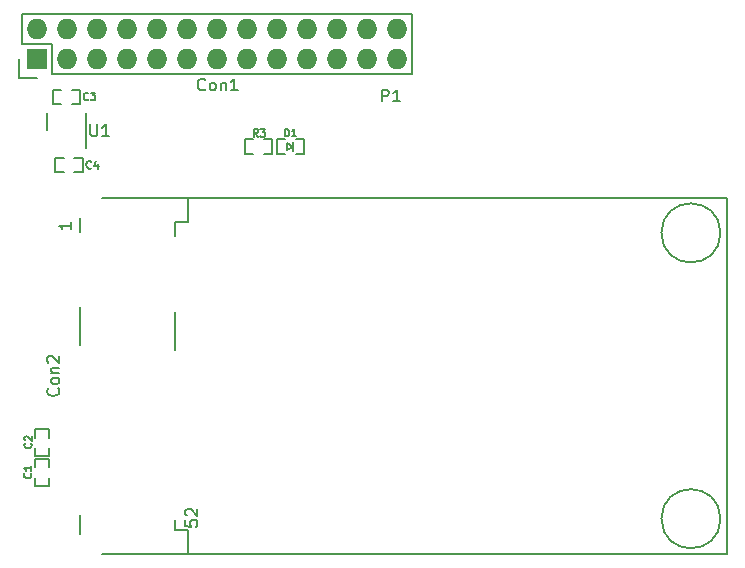
<source format=gto>
%TF.GenerationSoftware,KiCad,Pcbnew,5.99.0-unknown-140f4a8d21~125~ubuntu20.04.1*%
%TF.CreationDate,2021-04-01T23:20:43+02:00*%
%TF.ProjectId,pi-hat-lorawan-gateway-minipci,70692d68-6174-42d6-9c6f-726177616e2d,rev?*%
%TF.SameCoordinates,Original*%
%TF.FileFunction,Legend,Top*%
%TF.FilePolarity,Positive*%
%FSLAX46Y46*%
G04 Gerber Fmt 4.6, Leading zero omitted, Abs format (unit mm)*
G04 Created by KiCad (PCBNEW 5.99.0-unknown-140f4a8d21~125~ubuntu20.04.1) date 2021-04-01 23:20:43*
%MOMM*%
%LPD*%
G01*
G04 APERTURE LIST*
%ADD10C,0.150000*%
%ADD11C,0.127000*%
%ADD12R,1.727200X1.727200*%
%ADD13O,1.727200X1.727200*%
G04 APERTURE END LIST*
D10*
%TO.C,Con1*%
X120698571Y-76997142D02*
X120650952Y-77044761D01*
X120508095Y-77092380D01*
X120412857Y-77092380D01*
X120270000Y-77044761D01*
X120174761Y-76949523D01*
X120127142Y-76854285D01*
X120079523Y-76663809D01*
X120079523Y-76520952D01*
X120127142Y-76330476D01*
X120174761Y-76235238D01*
X120270000Y-76140000D01*
X120412857Y-76092380D01*
X120508095Y-76092380D01*
X120650952Y-76140000D01*
X120698571Y-76187619D01*
X121270000Y-77092380D02*
X121174761Y-77044761D01*
X121127142Y-76997142D01*
X121079523Y-76901904D01*
X121079523Y-76616190D01*
X121127142Y-76520952D01*
X121174761Y-76473333D01*
X121270000Y-76425714D01*
X121412857Y-76425714D01*
X121508095Y-76473333D01*
X121555714Y-76520952D01*
X121603333Y-76616190D01*
X121603333Y-76901904D01*
X121555714Y-76997142D01*
X121508095Y-77044761D01*
X121412857Y-77092380D01*
X121270000Y-77092380D01*
X122031904Y-76425714D02*
X122031904Y-77092380D01*
X122031904Y-76520952D02*
X122079523Y-76473333D01*
X122174761Y-76425714D01*
X122317619Y-76425714D01*
X122412857Y-76473333D01*
X122460476Y-76568571D01*
X122460476Y-77092380D01*
X123460476Y-77092380D02*
X122889047Y-77092380D01*
X123174761Y-77092380D02*
X123174761Y-76092380D01*
X123079523Y-76235238D01*
X122984285Y-76330476D01*
X122889047Y-76378095D01*
X135681904Y-78012380D02*
X135681904Y-77012380D01*
X136062857Y-77012380D01*
X136158095Y-77060000D01*
X136205714Y-77107619D01*
X136253333Y-77202857D01*
X136253333Y-77345714D01*
X136205714Y-77440952D01*
X136158095Y-77488571D01*
X136062857Y-77536190D01*
X135681904Y-77536190D01*
X137205714Y-78012380D02*
X136634285Y-78012380D01*
X136920000Y-78012380D02*
X136920000Y-77012380D01*
X136824761Y-77155238D01*
X136729523Y-77250476D01*
X136634285Y-77298095D01*
%TO.C,Con2*%
X108227142Y-102321428D02*
X108274761Y-102369047D01*
X108322380Y-102511904D01*
X108322380Y-102607142D01*
X108274761Y-102750000D01*
X108179523Y-102845238D01*
X108084285Y-102892857D01*
X107893809Y-102940476D01*
X107750952Y-102940476D01*
X107560476Y-102892857D01*
X107465238Y-102845238D01*
X107370000Y-102750000D01*
X107322380Y-102607142D01*
X107322380Y-102511904D01*
X107370000Y-102369047D01*
X107417619Y-102321428D01*
X108322380Y-101750000D02*
X108274761Y-101845238D01*
X108227142Y-101892857D01*
X108131904Y-101940476D01*
X107846190Y-101940476D01*
X107750952Y-101892857D01*
X107703333Y-101845238D01*
X107655714Y-101750000D01*
X107655714Y-101607142D01*
X107703333Y-101511904D01*
X107750952Y-101464285D01*
X107846190Y-101416666D01*
X108131904Y-101416666D01*
X108227142Y-101464285D01*
X108274761Y-101511904D01*
X108322380Y-101607142D01*
X108322380Y-101750000D01*
X107655714Y-100988095D02*
X108322380Y-100988095D01*
X107750952Y-100988095D02*
X107703333Y-100940476D01*
X107655714Y-100845238D01*
X107655714Y-100702380D01*
X107703333Y-100607142D01*
X107798571Y-100559523D01*
X108322380Y-100559523D01*
X107417619Y-100130952D02*
X107370000Y-100083333D01*
X107322380Y-99988095D01*
X107322380Y-99750000D01*
X107370000Y-99654761D01*
X107417619Y-99607142D01*
X107512857Y-99559523D01*
X107608095Y-99559523D01*
X107750952Y-99607142D01*
X108322380Y-100178571D01*
X108322380Y-99559523D01*
X119022380Y-113488095D02*
X119022380Y-113964285D01*
X119498571Y-114011904D01*
X119450952Y-113964285D01*
X119403333Y-113869047D01*
X119403333Y-113630952D01*
X119450952Y-113535714D01*
X119498571Y-113488095D01*
X119593809Y-113440476D01*
X119831904Y-113440476D01*
X119927142Y-113488095D01*
X119974761Y-113535714D01*
X120022380Y-113630952D01*
X120022380Y-113869047D01*
X119974761Y-113964285D01*
X119927142Y-114011904D01*
X119117619Y-113059523D02*
X119070000Y-113011904D01*
X119022380Y-112916666D01*
X119022380Y-112678571D01*
X119070000Y-112583333D01*
X119117619Y-112535714D01*
X119212857Y-112488095D01*
X119308095Y-112488095D01*
X119450952Y-112535714D01*
X120022380Y-113107142D01*
X120022380Y-112488095D01*
X109322380Y-88264285D02*
X109322380Y-88835714D01*
X109322380Y-88550000D02*
X108322380Y-88550000D01*
X108465238Y-88645238D01*
X108560476Y-88740476D01*
X108608095Y-88835714D01*
D11*
%TO.C,C1*%
X105916785Y-109515833D02*
X105947023Y-109546071D01*
X105977261Y-109636785D01*
X105977261Y-109697261D01*
X105947023Y-109787976D01*
X105886547Y-109848452D01*
X105826071Y-109878690D01*
X105705119Y-109908928D01*
X105614404Y-109908928D01*
X105493452Y-109878690D01*
X105432976Y-109848452D01*
X105372500Y-109787976D01*
X105342261Y-109697261D01*
X105342261Y-109636785D01*
X105372500Y-109546071D01*
X105402738Y-109515833D01*
X105977261Y-108911071D02*
X105977261Y-109273928D01*
X105977261Y-109092500D02*
X105342261Y-109092500D01*
X105432976Y-109152976D01*
X105493452Y-109213452D01*
X105523690Y-109273928D01*
%TO.C,C2*%
X105956785Y-106965833D02*
X105987023Y-106996071D01*
X106017261Y-107086785D01*
X106017261Y-107147261D01*
X105987023Y-107237976D01*
X105926547Y-107298452D01*
X105866071Y-107328690D01*
X105745119Y-107358928D01*
X105654404Y-107358928D01*
X105533452Y-107328690D01*
X105472976Y-107298452D01*
X105412500Y-107237976D01*
X105382261Y-107147261D01*
X105382261Y-107086785D01*
X105412500Y-106996071D01*
X105442738Y-106965833D01*
X105442738Y-106723928D02*
X105412500Y-106693690D01*
X105382261Y-106633214D01*
X105382261Y-106482023D01*
X105412500Y-106421547D01*
X105442738Y-106391309D01*
X105503214Y-106361071D01*
X105563690Y-106361071D01*
X105654404Y-106391309D01*
X106017261Y-106754166D01*
X106017261Y-106361071D01*
%TO.C,D1*%
X127421309Y-80977261D02*
X127421309Y-80342261D01*
X127572500Y-80342261D01*
X127663214Y-80372500D01*
X127723690Y-80432976D01*
X127753928Y-80493452D01*
X127784166Y-80614404D01*
X127784166Y-80705119D01*
X127753928Y-80826071D01*
X127723690Y-80886547D01*
X127663214Y-80947023D01*
X127572500Y-80977261D01*
X127421309Y-80977261D01*
X128388928Y-80977261D02*
X128026071Y-80977261D01*
X128207500Y-80977261D02*
X128207500Y-80342261D01*
X128147023Y-80432976D01*
X128086547Y-80493452D01*
X128026071Y-80523690D01*
%TO.C,R3*%
X125154166Y-80997261D02*
X124942500Y-80694880D01*
X124791309Y-80997261D02*
X124791309Y-80362261D01*
X125033214Y-80362261D01*
X125093690Y-80392500D01*
X125123928Y-80422738D01*
X125154166Y-80483214D01*
X125154166Y-80573928D01*
X125123928Y-80634404D01*
X125093690Y-80664642D01*
X125033214Y-80694880D01*
X124791309Y-80694880D01*
X125365833Y-80362261D02*
X125758928Y-80362261D01*
X125547261Y-80604166D01*
X125637976Y-80604166D01*
X125698452Y-80634404D01*
X125728690Y-80664642D01*
X125758928Y-80725119D01*
X125758928Y-80876309D01*
X125728690Y-80936785D01*
X125698452Y-80967023D01*
X125637976Y-80997261D01*
X125456547Y-80997261D01*
X125396071Y-80967023D01*
X125365833Y-80936785D01*
%TO.C,C3*%
X110784166Y-77846785D02*
X110753928Y-77877023D01*
X110663214Y-77907261D01*
X110602738Y-77907261D01*
X110512023Y-77877023D01*
X110451547Y-77816547D01*
X110421309Y-77756071D01*
X110391071Y-77635119D01*
X110391071Y-77544404D01*
X110421309Y-77423452D01*
X110451547Y-77362976D01*
X110512023Y-77302500D01*
X110602738Y-77272261D01*
X110663214Y-77272261D01*
X110753928Y-77302500D01*
X110784166Y-77332738D01*
X110995833Y-77272261D02*
X111388928Y-77272261D01*
X111177261Y-77514166D01*
X111267976Y-77514166D01*
X111328452Y-77544404D01*
X111358690Y-77574642D01*
X111388928Y-77635119D01*
X111388928Y-77786309D01*
X111358690Y-77846785D01*
X111328452Y-77877023D01*
X111267976Y-77907261D01*
X111086547Y-77907261D01*
X111026071Y-77877023D01*
X110995833Y-77846785D01*
%TO.C,C4*%
X111034166Y-83636785D02*
X111003928Y-83667023D01*
X110913214Y-83697261D01*
X110852738Y-83697261D01*
X110762023Y-83667023D01*
X110701547Y-83606547D01*
X110671309Y-83546071D01*
X110641071Y-83425119D01*
X110641071Y-83334404D01*
X110671309Y-83213452D01*
X110701547Y-83152976D01*
X110762023Y-83092500D01*
X110852738Y-83062261D01*
X110913214Y-83062261D01*
X111003928Y-83092500D01*
X111034166Y-83122738D01*
X111578452Y-83273928D02*
X111578452Y-83697261D01*
X111427261Y-83032023D02*
X111276071Y-83485595D01*
X111669166Y-83485595D01*
D10*
%TO.C,U1*%
X110978095Y-79962380D02*
X110978095Y-80771904D01*
X111025714Y-80867142D01*
X111073333Y-80914761D01*
X111168571Y-80962380D01*
X111359047Y-80962380D01*
X111454285Y-80914761D01*
X111501904Y-80867142D01*
X111549523Y-80771904D01*
X111549523Y-79962380D01*
X112549523Y-80962380D02*
X111978095Y-80962380D01*
X112263809Y-80962380D02*
X112263809Y-79962380D01*
X112168571Y-80105238D01*
X112073333Y-80200476D01*
X111978095Y-80248095D01*
%TO.C,Con1*%
X104900000Y-76000000D02*
X106450000Y-76000000D01*
X104900000Y-74450000D02*
X104900000Y-76000000D01*
X138200000Y-70640000D02*
X138200000Y-75720000D01*
X107720000Y-73180000D02*
X107720000Y-75720000D01*
X105180000Y-70640000D02*
X138200000Y-70640000D01*
X105180000Y-73180000D02*
X107720000Y-73180000D01*
X105180000Y-70640000D02*
X105180000Y-73180000D01*
X107720000Y-75720000D02*
X138200000Y-75720000D01*
%TO.C,Con2*%
X119270000Y-116300000D02*
X119270000Y-114300000D01*
X164870000Y-86200000D02*
X164870000Y-116300000D01*
X111970000Y-116300000D02*
X119270000Y-116300000D01*
X110070000Y-113050000D02*
X110070000Y-114650000D01*
X118170000Y-88200000D02*
X118170000Y-89400000D01*
X110070000Y-95450000D02*
X110070000Y-98650000D01*
X164870000Y-116300000D02*
X119270000Y-116300000D01*
X118170000Y-114300000D02*
X119270000Y-114300000D01*
X110070000Y-87850000D02*
X110070000Y-89050000D01*
X118170000Y-95850000D02*
X118170000Y-99050000D01*
X119270000Y-88200000D02*
X118170000Y-88200000D01*
X119270000Y-86200000D02*
X119270000Y-88200000D01*
X111970000Y-86200000D02*
X119270000Y-86200000D01*
X118170000Y-113450000D02*
X118170000Y-114300000D01*
X164870000Y-86200000D02*
X119270000Y-86200000D01*
X164320000Y-89150000D02*
G75*
G03*
X164320000Y-89150000I-2500000J0D01*
G01*
X164320000Y-113350000D02*
G75*
G03*
X164320000Y-113350000I-2500000J0D01*
G01*
%TO.C,C1*%
X107480000Y-110600000D02*
X106280000Y-110600000D01*
X107480000Y-109900000D02*
X107480000Y-110600000D01*
X107480000Y-108300000D02*
X106280000Y-108300000D01*
X107480000Y-109000000D02*
X107480000Y-108300000D01*
X106280000Y-108300000D02*
X106280000Y-109000000D01*
X106280000Y-110600000D02*
X106280000Y-109900000D01*
%TO.C,C2*%
X106280000Y-107380000D02*
X106280000Y-108080000D01*
X107480000Y-108080000D02*
X107480000Y-107380000D01*
X107480000Y-105780000D02*
X107480000Y-106480000D01*
X106280000Y-106480000D02*
X106280000Y-105780000D01*
X106280000Y-108080000D02*
X107480000Y-108080000D01*
X106280000Y-105780000D02*
X107480000Y-105780000D01*
%TO.C,D1*%
X127650000Y-81540000D02*
X127650000Y-82140000D01*
X128150000Y-81840000D02*
X127650000Y-82140000D01*
X126750000Y-82440000D02*
X127450000Y-82440000D01*
X126750000Y-81240000D02*
X126750000Y-82440000D01*
X129050000Y-82440000D02*
X128350000Y-82440000D01*
X127450000Y-81240000D02*
X126750000Y-81240000D01*
X128350000Y-81240000D02*
X129050000Y-81240000D01*
X127650000Y-81540000D02*
X128150000Y-81840000D01*
X129050000Y-81240000D02*
X129050000Y-82440000D01*
X128150000Y-81440000D02*
X128150000Y-82240000D01*
%TO.C,R3*%
X124060000Y-82440000D02*
X124060000Y-81240000D01*
X126360000Y-81240000D02*
X125660000Y-81240000D01*
X124760000Y-82440000D02*
X124060000Y-82440000D01*
X124060000Y-81240000D02*
X124760000Y-81240000D01*
X125660000Y-82440000D02*
X126360000Y-82440000D01*
X126360000Y-82440000D02*
X126360000Y-81240000D01*
%TO.C,C3*%
X110120000Y-78210000D02*
X109420000Y-78210000D01*
X109420000Y-77010000D02*
X110120000Y-77010000D01*
X107820000Y-77010000D02*
X107820000Y-78210000D01*
X107820000Y-78210000D02*
X108520000Y-78210000D01*
X110120000Y-77010000D02*
X110120000Y-78210000D01*
X108520000Y-77010000D02*
X107820000Y-77010000D01*
%TO.C,C4*%
X108020000Y-84020000D02*
X108720000Y-84020000D01*
X110320000Y-84020000D02*
X109620000Y-84020000D01*
X110320000Y-82820000D02*
X110320000Y-84020000D01*
X109620000Y-82820000D02*
X110320000Y-82820000D01*
X108720000Y-82820000D02*
X108020000Y-82820000D01*
X108020000Y-82820000D02*
X108020000Y-84020000D01*
%TO.C,U1*%
X110580000Y-81970000D02*
X110580000Y-78970000D01*
X107280000Y-80470000D02*
X107280000Y-78970000D01*
%TD*%
D12*
%TO.C,Con1*%
X106450000Y-74450000D03*
D13*
X106450000Y-71910000D03*
X108990000Y-74450000D03*
X108990000Y-71910000D03*
X111530000Y-74450000D03*
X111530000Y-71910000D03*
X114070000Y-74450000D03*
X114070000Y-71910000D03*
X116610000Y-74450000D03*
X116610000Y-71910000D03*
X119150000Y-74450000D03*
X119150000Y-71910000D03*
X121690000Y-74450000D03*
X121690000Y-71910000D03*
X124230000Y-74450000D03*
X124230000Y-71910000D03*
X126770000Y-74450000D03*
X126770000Y-71910000D03*
X129310000Y-74450000D03*
X129310000Y-71910000D03*
X131850000Y-74450000D03*
X131850000Y-71910000D03*
X134390000Y-74450000D03*
X134390000Y-71910000D03*
X136930000Y-74450000D03*
X136930000Y-71910000D03*
%TD*%
M02*

</source>
